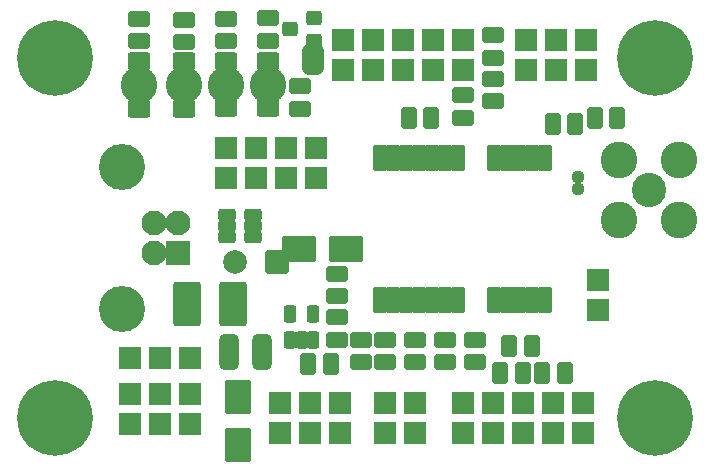
<source format=gbr>
%TF.GenerationSoftware,KiCad,Pcbnew,6.0.11+dfsg-1~bpo11+1*%
%TF.CreationDate,2023-05-25T07:42:53+00:00*%
%TF.ProjectId,GPS02B,47505330-3242-42e6-9b69-6361645f7063,REV*%
%TF.SameCoordinates,Original*%
%TF.FileFunction,Soldermask,Bot*%
%TF.FilePolarity,Negative*%
%FSLAX46Y46*%
G04 Gerber Fmt 4.6, Leading zero omitted, Abs format (unit mm)*
G04 Created by KiCad (PCBNEW 6.0.11+dfsg-1~bpo11+1) date 2023-05-25 07:42:53*
%MOMM*%
%LPD*%
G01*
G04 APERTURE LIST*
G04 Aperture macros list*
%AMRoundRect*
0 Rectangle with rounded corners*
0 $1 Rounding radius*
0 $2 $3 $4 $5 $6 $7 $8 $9 X,Y pos of 4 corners*
0 Add a 4 corners polygon primitive as box body*
4,1,4,$2,$3,$4,$5,$6,$7,$8,$9,$2,$3,0*
0 Add four circle primitives for the rounded corners*
1,1,$1+$1,$2,$3*
1,1,$1+$1,$4,$5*
1,1,$1+$1,$6,$7*
1,1,$1+$1,$8,$9*
0 Add four rect primitives between the rounded corners*
20,1,$1+$1,$2,$3,$4,$5,0*
20,1,$1+$1,$4,$5,$6,$7,0*
20,1,$1+$1,$6,$7,$8,$9,0*
20,1,$1+$1,$8,$9,$2,$3,0*%
%AMFreePoly0*
4,1,41,0.586777,0.930194,0.656366,0.874698,0.694986,0.794504,0.700000,0.750000,0.700000,-0.750000,0.680194,-0.836777,0.624698,-0.906366,0.544504,-0.944986,0.500000,-0.950000,0.000000,-0.950000,-0.023504,-0.944635,-0.083606,-0.943534,-0.139582,-0.934468,-0.274897,-0.892193,-0.326080,-0.867780,-0.444090,-0.789225,-0.486362,-0.751429,-0.577582,-0.642910,-0.607548,-0.594768,-0.664643,-0.465009,
-0.679893,-0.410393,-0.697476,-0.275933,-0.697084,-0.275882,-0.700000,-0.250000,-0.700000,0.250000,-0.697921,0.259109,-0.697582,0.286880,-0.675771,0.426957,-0.659192,0.481183,-0.598944,0.609508,-0.567811,0.656904,-0.473967,0.763162,-0.430783,0.799915,-0.310888,0.875563,-0.259125,0.898717,-0.122818,0.937674,-0.066635,0.945370,-0.042411,0.945222,0.000000,0.950000,0.500000,0.950000,
0.586777,0.930194,0.586777,0.930194,$1*%
%AMFreePoly1*
4,1,41,0.022678,0.944824,0.075125,0.944504,0.131210,0.936123,0.267031,0.895504,0.318507,0.871718,0.437469,0.794611,0.480202,0.757333,0.572740,0.649936,0.603290,0.602165,0.661967,0.473113,0.677883,0.418686,0.697980,0.278353,0.700000,0.250000,0.700000,-0.250000,0.699985,-0.252439,0.699836,-0.264655,0.697079,-0.295398,0.673559,-0.435199,0.656318,-0.489221,0.594506,-0.616800,
0.562797,-0.663810,0.467662,-0.768914,0.424032,-0.805137,0.303222,-0.879314,0.251181,-0.901834,0.114408,-0.939123,0.058135,-0.946132,0.037663,-0.945757,0.000000,-0.950000,-0.500000,-0.950000,-0.586777,-0.930194,-0.656366,-0.874698,-0.694986,-0.794504,-0.700000,-0.750000,-0.700000,0.750000,-0.680194,0.836777,-0.624698,0.906366,-0.544504,0.944986,-0.500000,0.950000,0.000000,0.950000,
0.022678,0.944824,0.022678,0.944824,$1*%
G04 Aperture macros list end*
%ADD10RoundRect,0.200000X0.800000X0.800000X-0.800000X0.800000X-0.800000X-0.800000X0.800000X-0.800000X0*%
%ADD11C,2.000000*%
%ADD12RoundRect,0.200000X0.762000X-0.762000X0.762000X0.762000X-0.762000X0.762000X-0.762000X-0.762000X0*%
%ADD13RoundRect,0.200000X0.850000X0.850000X-0.850000X0.850000X-0.850000X-0.850000X0.850000X-0.850000X0*%
%ADD14C,2.100000*%
%ADD15C,3.900000*%
%ADD16RoundRect,0.200000X-0.762000X0.762000X-0.762000X-0.762000X0.762000X-0.762000X0.762000X0.762000X0*%
%ADD17C,2.900000*%
%ADD18C,3.100000*%
%ADD19RoundRect,0.200000X0.762000X0.762000X-0.762000X0.762000X-0.762000X-0.762000X0.762000X-0.762000X0*%
%ADD20C,6.400000*%
%ADD21RoundRect,0.200000X-0.762000X-0.762000X0.762000X-0.762000X0.762000X0.762000X-0.762000X0.762000X0*%
%ADD22RoundRect,0.200000X-0.698500X0.444500X-0.698500X-0.444500X0.698500X-0.444500X0.698500X0.444500X0*%
%ADD23RoundRect,0.200000X0.698500X-0.444500X0.698500X0.444500X-0.698500X0.444500X-0.698500X-0.444500X0*%
%ADD24RoundRect,0.200000X-0.444500X-0.698500X0.444500X-0.698500X0.444500X0.698500X-0.444500X0.698500X0*%
%ADD25RoundRect,0.200000X-1.250000X-0.900000X1.250000X-0.900000X1.250000X0.900000X-1.250000X0.900000X0*%
%ADD26RoundRect,0.200000X-0.900000X1.250000X-0.900000X-1.250000X0.900000X-1.250000X0.900000X1.250000X0*%
%ADD27RoundRect,0.200000X0.750000X-0.525000X0.750000X0.525000X-0.750000X0.525000X-0.750000X-0.525000X0*%
%ADD28RoundRect,0.200000X-0.950000X-1.700000X0.950000X-1.700000X0.950000X1.700000X-0.950000X1.700000X0*%
%ADD29RoundRect,0.450000X-0.375000X-1.075000X0.375000X-1.075000X0.375000X1.075000X-0.375000X1.075000X0*%
%ADD30RoundRect,0.347500X-0.172500X0.147500X-0.172500X-0.147500X0.172500X-0.147500X0.172500X0.147500X0*%
%ADD31RoundRect,0.200000X0.444500X0.698500X-0.444500X0.698500X-0.444500X-0.698500X0.444500X-0.698500X0*%
%ADD32RoundRect,0.200000X-0.400000X0.900000X-0.400000X-0.900000X0.400000X-0.900000X0.400000X0.900000X0*%
%ADD33RoundRect,0.200000X0.325000X-0.530000X0.325000X0.530000X-0.325000X0.530000X-0.325000X-0.530000X0*%
%ADD34FreePoly0,270.000000*%
%ADD35FreePoly1,270.000000*%
%ADD36RoundRect,0.200000X0.530000X0.325000X-0.530000X0.325000X-0.530000X-0.325000X0.530000X-0.325000X0*%
%ADD37RoundRect,0.200000X0.450000X0.400000X-0.450000X0.400000X-0.450000X-0.400000X0.450000X-0.400000X0*%
G04 APERTURE END LIST*
D10*
%TO.C,C1*%
X23876000Y18288000D03*
D11*
X20376000Y18288000D03*
%TD*%
D12*
%TO.C,J1*%
X11430000Y4572000D03*
X11430000Y7112000D03*
X13970000Y4572000D03*
X13970000Y7112000D03*
X16510000Y4572000D03*
X16510000Y7112000D03*
%TD*%
D13*
%TO.C,J2*%
X15494000Y19050000D03*
D14*
X15494000Y21550000D03*
X13494000Y21550000D03*
X13494000Y19050000D03*
D15*
X10784000Y14280000D03*
X10784000Y26320000D03*
%TD*%
D12*
%TO.C,J3*%
X24130000Y3810000D03*
X24130000Y6350000D03*
X26670000Y3810000D03*
X26670000Y6350000D03*
X29210000Y3810000D03*
X29210000Y6350000D03*
%TD*%
D16*
%TO.C,J4*%
X35560000Y6350000D03*
X35560000Y3810000D03*
%TD*%
%TO.C,J5*%
X33020000Y6350000D03*
X33020000Y3810000D03*
%TD*%
%TO.C,J6*%
X47244000Y6350000D03*
X47244000Y3810000D03*
%TD*%
%TO.C,J8*%
X44704000Y6350000D03*
X44704000Y3810000D03*
%TD*%
%TO.C,J9*%
X49784000Y6350000D03*
X49784000Y3810000D03*
%TD*%
%TO.C,J10*%
X39624000Y6350000D03*
X39624000Y3810000D03*
%TD*%
D12*
%TO.C,J11*%
X34544000Y34544000D03*
X34544000Y37084000D03*
%TD*%
D16*
%TO.C,J13*%
X37084000Y37084000D03*
X37084000Y34544000D03*
%TD*%
%TO.C,J14*%
X51054000Y16764000D03*
X51054000Y14224000D03*
%TD*%
D12*
%TO.C,J15*%
X44958000Y34544000D03*
X44958000Y37084000D03*
X47498000Y34544000D03*
X47498000Y37084000D03*
X50038000Y34544000D03*
X50038000Y37084000D03*
%TD*%
%TO.C,J16*%
X32004000Y34544000D03*
X32004000Y37084000D03*
%TD*%
D17*
%TO.C,J18*%
X55372000Y24384000D03*
D18*
X57912000Y21844000D03*
X52832000Y26924000D03*
X52832000Y21844000D03*
X57912000Y26924000D03*
%TD*%
D19*
%TO.C,JP6*%
X27178000Y25400000D03*
X27178000Y27940000D03*
%TD*%
%TO.C,JP7*%
X22098000Y25400000D03*
X22098000Y27940000D03*
%TD*%
%TO.C,JP8*%
X24638000Y25400000D03*
X24638000Y27940000D03*
%TD*%
D20*
%TO.C,M1*%
X5080000Y5080000D03*
%TD*%
%TO.C,M2*%
X55880000Y35560000D03*
%TD*%
%TO.C,M3*%
X55880000Y5080000D03*
%TD*%
%TO.C,M4*%
X5080000Y35560000D03*
%TD*%
D12*
%TO.C,JP1*%
X11430000Y10160000D03*
X13970000Y10160000D03*
X16510000Y10160000D03*
%TD*%
D19*
%TO.C,JP9*%
X19558000Y25400000D03*
X19558000Y27940000D03*
%TD*%
D21*
%TO.C,JP2*%
X39624000Y37084000D03*
X39624000Y34544000D03*
%TD*%
D16*
%TO.C,J12*%
X29464000Y37084000D03*
X29464000Y34544000D03*
%TD*%
%TO.C,J7*%
X42164000Y6350000D03*
X42164000Y3810000D03*
%TD*%
D22*
%TO.C,C3*%
X28956000Y13589000D03*
X28956000Y11684000D03*
%TD*%
D23*
%TO.C,C6*%
X42164000Y31877000D03*
X42164000Y33782000D03*
%TD*%
D24*
%TO.C,C7*%
X50800000Y30480000D03*
X52705000Y30480000D03*
%TD*%
D25*
%TO.C,D1*%
X25750000Y19410000D03*
X29750000Y19410000D03*
%TD*%
D26*
%TO.C,D2*%
X20574000Y6826000D03*
X20574000Y2826000D03*
%TD*%
D18*
%TO.C,D3*%
X12192000Y33274000D03*
D27*
X12192000Y35274000D03*
X12192000Y31274000D03*
%TD*%
D18*
%TO.C,D5*%
X16002000Y33274000D03*
D27*
X16002000Y35274000D03*
X16002000Y31274000D03*
%TD*%
D18*
%TO.C,D6*%
X23114000Y33306000D03*
D27*
X23114000Y35306000D03*
X23114000Y31306000D03*
%TD*%
D28*
%TO.C,F1*%
X16256000Y14732000D03*
X20156000Y14732000D03*
%TD*%
D29*
%TO.C,L1*%
X19812000Y10668000D03*
X22612000Y10668000D03*
%TD*%
D30*
%TO.C,L2*%
X49340000Y25475000D03*
X49340000Y24505000D03*
%TD*%
D23*
%TO.C,R1*%
X28956000Y15367000D03*
X28956000Y17272000D03*
%TD*%
D24*
%TO.C,R2*%
X46355000Y8890000D03*
X48260000Y8890000D03*
%TD*%
D31*
%TO.C,R3*%
X44704000Y8890000D03*
X42799000Y8890000D03*
%TD*%
%TO.C,R4*%
X36957000Y30480000D03*
X35052000Y30480000D03*
%TD*%
D22*
%TO.C,R6*%
X38100000Y11684000D03*
X38100000Y9779000D03*
%TD*%
%TO.C,R7*%
X35560000Y11684000D03*
X35560000Y9779000D03*
%TD*%
D24*
%TO.C,R8*%
X43561000Y11176000D03*
X45466000Y11176000D03*
%TD*%
D22*
%TO.C,R9*%
X40640000Y11684000D03*
X40640000Y9779000D03*
%TD*%
D23*
%TO.C,R10*%
X12192000Y36957000D03*
X12192000Y38862000D03*
%TD*%
D24*
%TO.C,R11*%
X47244000Y29972000D03*
X49149000Y29972000D03*
%TD*%
D23*
%TO.C,R13*%
X16002000Y36893500D03*
X16002000Y38798500D03*
%TD*%
D32*
%TO.C,U3*%
X32624000Y27082000D03*
X33724000Y27082000D03*
X34824000Y27082000D03*
X35924000Y27082000D03*
X37024000Y27082000D03*
X38124000Y27082000D03*
X39224000Y27082000D03*
X42224000Y27082000D03*
X43324000Y27082000D03*
X44424000Y27082000D03*
X45524000Y27082000D03*
X46624000Y27082000D03*
X46624000Y15082000D03*
X45524000Y15082000D03*
X44424000Y15082000D03*
X43324000Y15082000D03*
X42224000Y15082000D03*
X39224000Y15082000D03*
X38124000Y15082000D03*
X37024000Y15082000D03*
X35924000Y15082000D03*
X34824000Y15082000D03*
X33724000Y15082000D03*
X32624000Y15082000D03*
%TD*%
D24*
%TO.C,C2*%
X26543000Y9652000D03*
X28448000Y9652000D03*
%TD*%
D33*
%TO.C,U2*%
X26924000Y11684000D03*
X25974000Y11684000D03*
X25024000Y11684000D03*
X25024000Y13884000D03*
X26924000Y13884000D03*
%TD*%
D23*
%TO.C,R5*%
X39624000Y30480000D03*
X39624000Y32385000D03*
%TD*%
D34*
%TO.C,JP4*%
X26924000Y36083000D03*
D35*
X26924000Y34783000D03*
%TD*%
D23*
%TO.C,C4*%
X30988000Y9779000D03*
X30988000Y11684000D03*
%TD*%
D36*
%TO.C,U1*%
X21844000Y22286000D03*
X21844000Y21336000D03*
X21844000Y20386000D03*
X19644000Y20386000D03*
X19644000Y21336000D03*
X19644000Y22286000D03*
%TD*%
D23*
%TO.C,C5*%
X33020000Y9779000D03*
X33020000Y11684000D03*
%TD*%
D22*
%TO.C,R15*%
X42164000Y37465000D03*
X42164000Y35560000D03*
%TD*%
D23*
%TO.C,R12*%
X19558000Y36957000D03*
X19558000Y38862000D03*
%TD*%
D18*
%TO.C,D4*%
X19558000Y33306000D03*
D27*
X19558000Y35306000D03*
X19558000Y31306000D03*
%TD*%
D22*
%TO.C,R16*%
X23100000Y38905000D03*
X23100000Y37000000D03*
%TD*%
D23*
%TO.C,R14*%
X25840000Y31245000D03*
X25840000Y33150000D03*
%TD*%
D37*
%TO.C,Q1*%
X27035000Y38923000D03*
X27035000Y37023000D03*
X25035000Y37973000D03*
%TD*%
M02*

</source>
